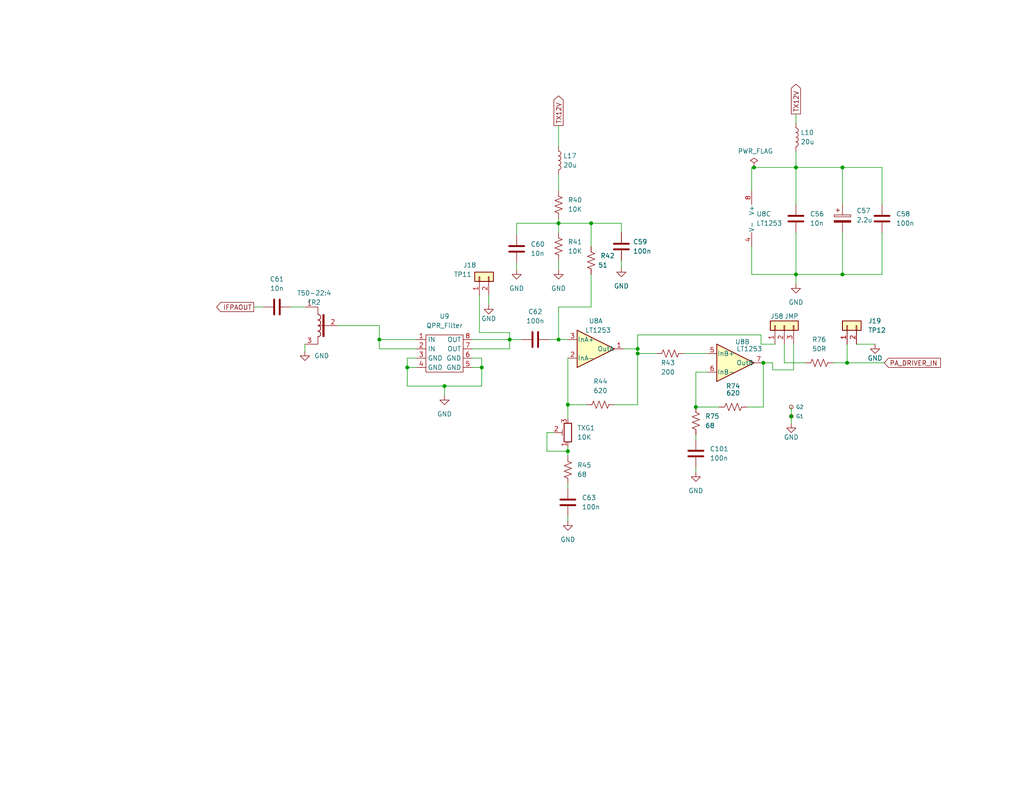
<source format=kicad_sch>
(kicad_sch (version 20211123) (generator eeschema)
  (paper "A")
  (title_block (title "Phoenix 612: RF AMP") (date "2022-08-31") (rev "0.1a") (company "DATER (Dave Peter)"))
  (lib_symbols
    (symbol "Connector:TestPoint_Small" (pin_numbers hide) (pin_names (offset 0.762) hide)
      (property "Reference" "TP" (at 0 3.81 0))
      (property "Value" "TestPoint_Small" (at 0 2.032 0))
      (symbol "TestPoint_Small_0_1"
        (circle (center 0 0) (radius 0.508))
      )
      (symbol "TestPoint_Small_1_1"
        (pin passive line (at 0 0 90) (length 0) (name "1") (number "1"))
      )
    )
    (symbol "Connector_Generic:Conn_01x02" (pin_names (offset 1.016) hide)
      (property "Reference" "J" (at 0 2.54 0))
      (property "Value" "Conn_01x02" (at 0 -5.08 0))
      (symbol "Conn_01x02_1_1"
        (rectangle (start -1.27 -2.413) (end 0 -2.667) (stroke (width 0.1524)))
        (rectangle (start -1.27 0.127) (end 0 -0.127) (stroke (width 0.1524)))
        (rectangle (start -1.27 1.27) (end 1.27 -3.81) (stroke (width 0.254)) (fill (type background)))
        (pin passive line (at -5.08 0 0) (length 3.81) (name "Pin_1") (number "1"))
        (pin passive line (at -5.08 -2.54 0) (length 3.81) (name "Pin_2") (number "2"))
      )
    )
    (symbol "Connector_Generic:Conn_01x03" (pin_names (offset 1.016) hide)
      (property "Reference" "J" (at 0 5.08 0))
      (property "Value" "Conn_01x03" (at 0 -5.08 0))
      (symbol "Conn_01x03_1_1"
        (rectangle (start -1.27 -2.413) (end 0 -2.667) (stroke (width 0.1524)))
        (rectangle (start -1.27 0.127) (end 0 -0.127) (stroke (width 0.1524)))
        (rectangle (start -1.27 2.667) (end 0 2.413) (stroke (width 0.1524)))
        (rectangle (start -1.27 3.81) (end 1.27 -3.81) (stroke (width 0.254)) (fill (type background)))
        (pin passive line (at -5.08 2.54 0) (length 3.81) (name "Pin_1") (number "1"))
        (pin passive line (at -5.08 0 0) (length 3.81) (name "Pin_2") (number "2"))
        (pin passive line (at -5.08 -2.54 0) (length 3.81) (name "Pin_3") (number "3"))
      )
    )
    (symbol "Custom_RF:LT1253" (pin_names (offset 0.127))
      (property "Reference" "U" (at 2.54 6.35 0))
      (property "Value" "LT1253" (at 1.27 -6.35 0))
      (symbol "LT1253_1_1"
        (polyline (pts (xy -5.08 5.08) (xy 5.08 0) (xy -5.08 -5.08) (xy -5.08 5.08)) (stroke (width 0.254)) (fill (type background)))
        (pin output line (at 7.62 0 180) (length 2.54) (name "OutA") (number "1"))
        (pin input line (at -7.62 -2.54 0) (length 2.54) (name "InA-") (number "2"))
        (pin input line (at -7.62 2.54 0) (length 2.54) (name "InA+") (number "3"))
      )
      (symbol "LT1253_2_1"
        (polyline (pts (xy -5.08 5.08) (xy 5.08 0) (xy -5.08 -5.08) (xy -5.08 5.08)) (stroke (width 0.254)) (fill (type background)))
        (pin input line (at -7.62 2.54 0) (length 2.54) (name "InB+") (number "5"))
        (pin input line (at -7.62 -2.54 0) (length 2.54) (name "InB-") (number "6"))
        (pin output line (at 7.62 0 180) (length 2.54) (name "OutB") (number "7"))
      )
      (symbol "LT1253_3_1"
        (pin power_in line (at -2.54 -7.62 90) (length 3.81) (name "V-") (number "4"))
        (pin power_in line (at -2.54 7.62 270) (length 3.81) (name "V+") (number "8"))
      )
    )
    (symbol "Custom_RF:QPR_Filter"
      (property "Reference" "U" (at 0 7.62 0))
      (property "Value" "QPR_Filter" (at 0 -7.62 0))
      (symbol "QPR_Filter_0_1"
        (rectangle (start -5.08 5.08) (end 5.08 -5.08))
      )
      (symbol "QPR_Filter_1_1"
        (pin bidirectional line (at -7.62 3.81 0) (length 2.54) (name "IN") (number "1"))
        (pin bidirectional line (at -7.62 1.27 0) (length 2.54) (name "IN") (number "2"))
        (pin power_in line (at -7.62 -1.27 0) (length 2.54) (name "GND") (number "3"))
        (pin power_in line (at -7.62 -3.81 0) (length 2.54) (name "GND") (number "4"))
        (pin power_in line (at 7.62 -3.81 180) (length 2.54) (name "GND") (number "5"))
        (pin power_in line (at 7.62 -1.27 180) (length 2.54) (name "GND") (number "6"))
        (pin bidirectional line (at 7.62 1.27 180) (length 2.54) (name "OUT") (number "7"))
        (pin bidirectional line (at 7.62 3.81 180) (length 2.54) (name "OUT") (number "8"))
      )
    )
    (symbol "Custom_RF:T50 " (pin_names (offset 0))
      (property "Reference" "TR" (at 0 6.35 0))
      (property "Value" "T50 " (at 0 -6.35 0))
      (symbol "T50 _0_1"
        (arc (start -1.524 -3.048) (mid -0.762 -2.286) (end -1.524 -1.524) (stroke (width 0.2032)))
        (arc (start -1.524 -1.524) (mid -0.762 -0.762) (end -1.524 0) (stroke (width 0.2032)))
        (arc (start -1.524 0) (mid -0.762 0.762) (end -1.524 1.524) (stroke (width 0.2032)))
        (arc (start -1.524 1.524) (mid -0.762 2.286) (end -1.524 3.048) (stroke (width 0.2032)))
        (rectangle (start -0.254 3.048) (end 0.254 -3.048) (stroke (width 0.0254)) (fill (type outline)))
        (polyline (pts (xy -1.524 0) (xy 1.27 0) (xy -1.27 0)) (fill (type outline)))
        (polyline (pts (xy -2.54 5.08) (xy -1.524 5.08) (xy -1.524 3.048) (xy -1.524 3.048)) (stroke (width 0.1524)))
        (polyline (pts (xy -1.524 -3.048) (xy -1.524 -5.08) (xy -2.54 -5.08) (xy -2.54 -5.08)) (stroke (width 0.1524)))
      )
      (symbol "T50 _1_1"
        (pin passive line (at -5.08 5.08 0) (length 2.54) (name "~") (number "1"))
        (pin passive line (at 3.81 0 180) (length 2.54) (name "~") (number "2"))
        (pin passive line (at -5.08 -5.08 0) (length 2.54) (name "~") (number "3"))
      )
    )
    (symbol "Device:C" (pin_numbers hide) (pin_names (offset 0.254))
      (property "Reference" "C" (at 0.635 2.54 0))
      (property "Value" "C" (at 0.635 -2.54 0))
      (symbol "C_0_1"
        (polyline (pts (xy -2.032 -0.762) (xy 2.032 -0.762)) (stroke (width 0.508)))
        (polyline (pts (xy -2.032 0.762) (xy 2.032 0.762)) (stroke (width 0.508)))
      )
      (symbol "C_1_1"
        (pin passive line (at 0 3.81 270) (length 2.794) (name "~") (number "1"))
        (pin passive line (at 0 -3.81 90) (length 2.794) (name "~") (number "2"))
      )
    )
    (symbol "Device:C_Polarized" (pin_numbers hide) (pin_names (offset 0.254))
      (property "Reference" "C" (at 0.635 2.54 0))
      (property "Value" "C_Polarized" (at 0.635 -2.54 0))
      (symbol "C_Polarized_0_1"
        (rectangle (start -2.286 0.508) (end 2.286 1.016))
        (polyline (pts (xy -1.778 2.286) (xy -0.762 2.286)))
        (polyline (pts (xy -1.27 2.794) (xy -1.27 1.778)))
        (rectangle (start 2.286 -0.508) (end -2.286 -1.016) (fill (type outline)))
      )
      (symbol "C_Polarized_1_1"
        (pin passive line (at 0 3.81 270) (length 2.794) (name "~") (number "1"))
        (pin passive line (at 0 -3.81 90) (length 2.794) (name "~") (number "2"))
      )
    )
    (symbol "Device:L" (pin_numbers hide) (pin_names (offset 1.016) hide)
      (property "Reference" "L" (at -1.27 0 90))
      (property "Value" "L" (at 1.905 0 90))
      (symbol "L_0_1"
        (arc (start 0 -2.54) (mid 0.635 -1.905) (end 0 -1.27))
        (arc (start 0 -1.27) (mid 0.635 -0.635) (end 0 0))
        (arc (start 0 0) (mid 0.635 0.635) (end 0 1.27))
        (arc (start 0 1.27) (mid 0.635 1.905) (end 0 2.54))
      )
      (symbol "L_1_1"
        (pin passive line (at 0 3.81 270) (length 1.27) (name "1") (number "1"))
        (pin passive line (at 0 -3.81 90) (length 1.27) (name "2") (number "2"))
      )
    )
    (symbol "Device:R_Potentiometer_Trim" (pin_names (offset 1.016) hide)
      (property "Reference" "RV" (at -4.445 0 90))
      (property "Value" "R_Potentiometer_Trim" (at -2.54 0 90))
      (symbol "R_Potentiometer_Trim_0_1"
        (polyline (pts (xy 1.524 0.762) (xy 1.524 -0.762)))
        (polyline (pts (xy 2.54 0) (xy 1.524 0)))
        (rectangle (start 1.016 2.54) (end -1.016 -2.54) (stroke (width 0.254)))
      )
      (symbol "R_Potentiometer_Trim_1_1"
        (pin passive line (at 0 3.81 270) (length 1.27) (name "1") (number "1"))
        (pin passive line (at 3.81 0 180) (length 1.27) (name "2") (number "2"))
        (pin passive line (at 0 -3.81 90) (length 1.27) (name "3") (number "3"))
      )
    )
    (symbol "Device:R_US" (pin_numbers hide) (pin_names (offset 0))
      (property "Reference" "R" (at 2.54 0 90))
      (property "Value" "R_US" (at -2.54 0 90))
      (symbol "R_US_0_1"
        (polyline (pts (xy 0 -2.286) (xy 0 -2.54)))
        (polyline (pts (xy 0 2.286) (xy 0 2.54)))
        (polyline (pts (xy 0 -0.762) (xy 1.016 -1.143) (xy 0 -1.524) (xy -1.016 -1.905) (xy 0 -2.286)))
        (polyline (pts (xy 0 0.762) (xy 1.016 0.381) (xy 0 0) (xy -1.016 -0.381) (xy 0 -0.762)))
        (polyline (pts (xy 0 2.286) (xy 1.016 1.905) (xy 0 1.524) (xy -1.016 1.143) (xy 0 0.762)))
      )
      (symbol "R_US_1_1"
        (pin passive line (at 0 3.81 270) (length 1.27) (name "~") (number "1"))
        (pin passive line (at 0 -3.81 90) (length 1.27) (name "~") (number "2"))
      )
    )
    (symbol "power:GND" (power) (pin_names (offset 0))
      (property "Value" "GND" (at 0 -3.81 0))
      (symbol "GND_0_1"
        (polyline (pts (xy 0 0) (xy 0 -1.27) (xy 1.27 -1.27) (xy 0 -2.54) (xy -1.27 -1.27) (xy 0 -1.27)))
      )
      (symbol "GND_1_1"
        (pin power_in line (at 0 0 270) (length 0) hide (name "GND") (number "1"))
      )
    )
    (symbol "power:PWR_FLAG" (power) (pin_numbers hide) (pin_names (offset 0) hide)
      (property "Value" "PWR_FLAG" (at 0 3.81 0))
      (symbol "PWR_FLAG_0_0"
        (pin power_out line (at 0 0 90) (length 0) (name "pwr") (number "1"))
      )
      (symbol "PWR_FLAG_0_1"
        (polyline (pts (xy 0 0) (xy 0 1.27) (xy -1.016 1.905) (xy 0 2.54) (xy 1.016 1.905) (xy 0 1.27)))
      )
    )
  )
  (junction (at 152.4 60.96))
  (junction (at 217.17 74.93))
  (junction (at 229.87 74.93))
  (junction (at 152.4 92.71))
  (junction (at 121.285 105.41))
  (junction (at 161.29 60.96))
  (junction (at 231.14 99.06))
  (junction (at 208.28 99.06))
  (junction (at 103.505 92.71))
  (junction (at 229.87 45.72))
  (junction (at 154.94 123.19))
  (junction (at 217.17 45.72))
  (junction (at 154.94 110.49))
  (junction (at 215.9 113.665))
  (junction (at 111.125 100.33))
  (junction (at 173.99 95.25))
  (junction (at 173.99 96.52))
  (junction (at 189.865 111.125))
  (junction (at 205.74 45.72))
  (junction (at 131.445 100.33))
  (junction (at 139.065 92.71))
  (wire (pts (xy 103.505 95.25) (xy 113.665 95.25)))
  (wire (pts (xy 205.105 74.93) (xy 217.17 74.93)))
  (wire (pts (xy 152.4 71.12) (xy 152.4 73.66)))
  (wire (pts (xy 128.905 95.25) (xy 139.065 95.25)))
  (wire (pts (xy 152.4 59.69) (xy 152.4 60.96)))
  (wire (pts (xy 154.94 123.19) (xy 154.94 124.46)))
  (wire (pts (xy 152.4 60.96) (xy 161.29 60.96)))
  (wire (pts (xy 169.545 73.025) (xy 169.545 71.12)))
  (wire (pts (xy 216.535 100.965) (xy 210.82 100.965)))
  (wire (pts (xy 229.87 63.5) (xy 229.87 74.93)))
  (wire (pts (xy 161.29 60.96) (xy 161.29 67.31)))
  (wire (pts (xy 213.995 99.06) (xy 213.995 93.98)))
  (wire (pts (xy 167.64 110.49) (xy 173.99 110.49)))
  (wire (pts (xy 139.065 92.71) (xy 139.065 95.25)))
  (wire (pts (xy 205.74 45.72) (xy 205.105 45.72)))
  (wire (pts (xy 170.18 95.25) (xy 173.99 95.25)))
  (wire (pts (xy 152.4 92.71) (xy 154.94 92.71)))
  (wire (pts (xy 229.87 74.93) (xy 240.665 74.93)))
  (wire (pts (xy 211.455 93.98) (xy 207.645 93.98)))
  (wire (pts (xy 217.17 31.115) (xy 217.17 33.655)))
  (wire (pts (xy 169.545 60.96) (xy 161.29 60.96)))
  (wire (pts (xy 208.28 99.06) (xy 208.28 111.125)))
  (wire (pts (xy 189.865 101.6) (xy 193.04 101.6)))
  (wire (pts (xy 217.17 45.72) (xy 229.87 45.72)))
  (wire (pts (xy 216.535 93.98) (xy 216.535 100.965)))
  (wire (pts (xy 128.905 100.33) (xy 131.445 100.33)))
  (wire (pts (xy 128.905 97.79) (xy 131.445 97.79)))
  (wire (pts (xy 219.71 99.06) (xy 213.995 99.06)))
  (wire (pts (xy 154.94 132.08) (xy 154.94 133.35)))
  (wire (pts (xy 103.505 95.25) (xy 103.505 92.71)))
  (wire (pts (xy 161.29 83.82) (xy 152.4 83.82)))
  (wire (pts (xy 139.065 90.805) (xy 139.065 92.71)))
  (wire (pts (xy 189.865 111.125) (xy 189.865 101.6)))
  (wire (pts (xy 208.28 111.125) (xy 203.835 111.125)))
  (wire (pts (xy 210.82 100.965) (xy 210.82 99.06)))
  (wire (pts (xy 217.17 63.5) (xy 217.17 74.93)))
  (wire (pts (xy 215.9 111.125) (xy 215.9 113.665)))
  (wire (pts (xy 152.4 34.29) (xy 152.4 40.005)))
  (wire (pts (xy 241.3 99.06) (xy 231.14 99.06)))
  (wire (pts (xy 217.17 74.93) (xy 229.87 74.93)))
  (wire (pts (xy 140.97 73.66) (xy 140.97 71.755)))
  (wire (pts (xy 131.445 97.79) (xy 131.445 100.33)))
  (wire (pts (xy 130.81 90.805) (xy 139.065 90.805)))
  (wire (pts (xy 169.545 60.96) (xy 169.545 63.5)))
  (wire (pts (xy 240.665 45.72) (xy 240.665 55.88)))
  (wire (pts (xy 217.17 74.93) (xy 217.17 77.47)))
  (wire (pts (xy 152.4 47.625) (xy 152.4 52.07)))
  (wire (pts (xy 217.17 41.275) (xy 217.17 45.72)))
  (wire (pts (xy 173.99 96.52) (xy 173.99 110.49)))
  (wire (pts (xy 69.215 83.82) (xy 71.755 83.82)))
  (wire (pts (xy 217.17 45.72) (xy 205.74 45.72)))
  (wire (pts (xy 205.105 67.31) (xy 205.105 74.93)))
  (wire (pts (xy 121.285 105.41) (xy 131.445 105.41)))
  (wire (pts (xy 149.225 123.19) (xy 149.225 118.11)))
  (wire (pts (xy 152.4 60.96) (xy 152.4 63.5)))
  (wire (pts (xy 83.185 93.98) (xy 83.185 95.885)))
  (wire (pts (xy 231.14 99.06) (xy 227.33 99.06)))
  (wire (pts (xy 111.125 100.33) (xy 113.665 100.33)))
  (wire (pts (xy 173.99 91.44) (xy 173.99 95.25)))
  (wire (pts (xy 111.125 97.79) (xy 111.125 100.33)))
  (wire (pts (xy 215.9 113.665) (xy 215.9 115.57)))
  (wire (pts (xy 186.69 96.52) (xy 193.04 96.52)))
  (wire (pts (xy 189.865 127.635) (xy 189.865 128.905)))
  (wire (pts (xy 240.665 74.93) (xy 240.665 63.5)))
  (wire (pts (xy 173.99 96.52) (xy 179.07 96.52)))
  (wire (pts (xy 152.4 60.96) (xy 140.97 60.96)))
  (wire (pts (xy 161.29 74.93) (xy 161.29 83.82)))
  (wire (pts (xy 217.17 45.72) (xy 217.17 55.88)))
  (wire (pts (xy 154.94 140.97) (xy 154.94 142.24)))
  (wire (pts (xy 111.125 100.33) (xy 111.125 105.41)))
  (wire (pts (xy 154.94 110.49) (xy 154.94 114.3)))
  (wire (pts (xy 79.375 83.82) (xy 83.185 83.82)))
  (wire (pts (xy 130.81 80.645) (xy 130.81 90.805)))
  (wire (pts (xy 139.065 92.71) (xy 142.24 92.71)))
  (wire (pts (xy 210.82 99.06) (xy 208.28 99.06)))
  (wire (pts (xy 207.645 93.98) (xy 207.645 91.44)))
  (wire (pts (xy 154.94 121.92) (xy 154.94 123.19)))
  (wire (pts (xy 154.94 97.79) (xy 154.94 110.49)))
  (wire (pts (xy 229.87 45.72) (xy 229.87 55.88)))
  (wire (pts (xy 173.99 91.44) (xy 207.645 91.44)))
  (wire (pts (xy 149.225 118.11) (xy 151.13 118.11)))
  (wire (pts (xy 173.99 95.25) (xy 173.99 96.52)))
  (wire (pts (xy 189.865 118.745) (xy 189.865 120.015)))
  (wire (pts (xy 149.86 92.71) (xy 152.4 92.71)))
  (wire (pts (xy 196.215 111.125) (xy 189.865 111.125)))
  (wire (pts (xy 121.285 105.41) (xy 121.285 107.95)))
  (wire (pts (xy 113.665 97.79) (xy 111.125 97.79)))
  (wire (pts (xy 140.97 60.96) (xy 140.97 64.135)))
  (wire (pts (xy 233.68 93.98) (xy 238.76 93.98)))
  (wire (pts (xy 103.505 88.9) (xy 103.505 92.71)))
  (wire (pts (xy 111.125 105.41) (xy 121.285 105.41)))
  (wire (pts (xy 128.905 92.71) (xy 139.065 92.71)))
  (wire (pts (xy 152.4 83.82) (xy 152.4 92.71)))
  (wire (pts (xy 103.505 92.71) (xy 113.665 92.71)))
  (wire (pts (xy 92.075 88.9) (xy 103.505 88.9)))
  (wire (pts (xy 231.14 93.98) (xy 231.14 99.06)))
  (wire (pts (xy 131.445 105.41) (xy 131.445 100.33)))
  (wire (pts (xy 133.35 80.645) (xy 133.35 83.185)))
  (wire (pts (xy 205.105 45.72) (xy 205.105 52.07)))
  (wire (pts (xy 154.94 110.49) (xy 160.02 110.49)))
  (wire (pts (xy 229.87 45.72) (xy 240.665 45.72)))
  (wire (pts (xy 154.94 123.19) (xy 149.225 123.19)))
  (global_label "PA_DRIVER_IN" (shape input) (at 241.3 99.06 0) (property "Intersheet References" "${INTERSHEET_REFS}" (effects hide)))
  (global_label "TX12V" (shape output) (at 217.17 31.115 90) (property "Intersheet References" "${INTERSHEET_REFS}" (effects hide)))
  (global_label "TX12V" (shape output) (at 152.4 34.29 90) (property "Intersheet References" "${INTERSHEET_REFS}" (effects hide)))
  (global_label "IFPAOUT" (shape output) (at 69.215 83.82 180) (property "Intersheet References" "${INTERSHEET_REFS}" (effects hide)))
  (symbol (lib_id "Device:R_US") (at 163.83 110.49 90) (unit 1)
    (property "Reference" "R44" (at 163.83 104.14 90))
    (property "Value" "620" (at 163.83 106.68 90))
    (property "Footprint" "Resistor_SMD:R_1206_3216Metric" (effects hide))
  )
  (symbol (lib_id "Custom_RF:LT1253") (at 162.56 95.25 0) (unit 1)
    (property "Reference" "U8" (at 162.56 87.63 0))
    (property "Value" "LT1253" (at 163.195 90.17 0))
    (property "Footprint" "Package_DIP:DIP-8_W7.62mm" (effects hide))
    (property "Datasheet" "https://www.analog.com/media/en/technical-documentation/data-sheets/lt1253.pdf" (effects hide))
  )
  (symbol (lib_id "power:GND") (at 154.94 142.24 0) (unit 1)
    (property "Reference" "#PWR078" (effects hide))
    (property "Value" "GND" (at 154.94 147.32 0))
  )
  (symbol (lib_id "Custom_RF:LT1253") (at 200.66 99.06 0) (unit 2)
    (property "Reference" "U8" (at 202.565 93.345 0))
    (property "Value" "LT1253" (at 204.47 95.25 0))
    (property "Footprint" "Package_DIP:DIP-8_W7.62mm" (effects hide))
    (property "Datasheet" "https://www.analog.com/media/en/technical-documentation/data-sheets/lt1253.pdf" (effects hide))
  )
  (symbol (lib_id "Device:R_US") (at 189.865 114.935 0) (unit 1)
    (property "Reference" "R75" (at 192.405 113.6649 0) (effects (justify left)))
    (property "Value" "68" (at 192.405 116.2049 0) (effects (justify left)))
    (property "Footprint" "Resistor_SMD:R_1206_3216Metric" (effects hide))
  )
  (symbol (lib_id "Device:R_US") (at 154.94 128.27 0) (unit 1)
    (property "Reference" "R45" (at 157.48 126.9999 0) (effects (justify left)))
    (property "Value" "68" (at 157.48 129.5399 0) (effects (justify left)))
    (property "Footprint" "Resistor_SMD:R_1206_3216Metric" (effects hide))
  )
  (symbol (lib_id "power:GND") (at 83.185 95.885 0) (unit 1)
    (property "Reference" "#PWR076" (effects hide))
    (property "Value" "GND" (at 85.725 97.1549 0) (effects (justify left)))
  )
  (symbol (lib_id "power:GND") (at 238.76 93.98 0) (unit 1)
    (property "Reference" "#PWR075" (effects hide))
    (property "Value" "GND" (at 238.76 97.79 0))
  )
  (symbol (lib_id "Custom_RF:LT1253") (at 207.645 59.69 0) (unit 3)
    (property "Reference" "U8" (at 206.375 58.4199 0) (effects (justify left)))
    (property "Value" "LT1253" (at 206.375 60.9599 0) (effects (justify left)))
    (property "Footprint" "Package_DIP:DIP-8_W7.62mm" (effects hide))
    (property "Datasheet" "https://www.analog.com/media/en/technical-documentation/data-sheets/lt1253.pdf" (effects hide))
  )
  (symbol (lib_id "power:GND") (at 217.17 77.47 0) (unit 1)
    (property "Reference" "#PWR073" (effects hide))
    (property "Value" "GND" (at 217.17 82.55 0))
  )
  (symbol (lib_id "Device:C") (at 140.97 67.945 0) (unit 1)
    (property "Reference" "C60" (at 144.78 66.6749 0) (effects (justify left)))
    (property "Value" "10n" (at 144.78 69.2149 0) (effects (justify left)))
    (property "Footprint" "Capacitor_SMD:C_1206_3216Metric" (effects hide))
  )
  (symbol (lib_id "Device:R_US") (at 152.4 67.31 0) (unit 1)
    (property "Reference" "R41" (at 154.94 66.0399 0) (effects (justify left)))
    (property "Value" "10K" (at 154.94 68.5799 0) (effects (justify left)))
    (property "Footprint" "Resistor_SMD:R_1206_3216Metric" (effects hide))
  )
  (symbol (lib_id "power:GND") (at 140.97 73.66 0) (unit 1)
    (property "Reference" "#PWR071" (effects hide))
    (property "Value" "GND" (at 140.97 78.74 0))
  )
  (symbol (lib_id "Custom_RF:QPR_Filter") (at 121.285 96.52 0) (unit 1)
    (property "Reference" "U9" (at 121.285 86.36 0))
    (property "Value" "QPR_Filter" (at 121.285 88.9 0))
    (property "Footprint" "Custom_RF:QRPLabs_Filter_TH" (effects hide))
    (property "Datasheet" "https://www.qrp-labs.com/lpfkit.html" (effects hide))
  )
  (symbol (lib_id "power:GND") (at 169.545 73.025 0) (unit 1)
    (property "Reference" "#PWR070" (effects hide))
    (property "Value" "GND" (at 169.545 78.105 0))
  )
  (symbol (lib_id "Device:C") (at 240.665 59.69 0) (unit 1)
    (property "Reference" "C58" (at 244.475 58.4199 0) (effects (justify left)))
    (property "Value" "100n" (at 244.475 60.9599 0) (effects (justify left)))
    (property "Footprint" "Capacitor_SMD:C_1206_3216Metric" (effects hide))
  )
  (symbol (lib_id "Device:R_US") (at 152.4 55.88 0) (unit 1)
    (property "Reference" "R40" (at 154.94 54.6099 0) (effects (justify left)))
    (property "Value" "10K" (at 154.94 57.1499 0) (effects (justify left)))
    (property "Footprint" "Resistor_SMD:R_1206_3216Metric" (effects hide))
  )
  (symbol (lib_id "power:GND") (at 215.9 115.57 0) (unit 1)
    (property "Reference" "#PWR0124" (effects hide))
    (property "Value" "GND" (at 215.9 119.38 0))
  )
  (symbol (lib_id "Device:L") (at 217.17 37.465 0) (unit 1)
    (property "Reference" "L10" (at 218.44 36.1949 0) (effects (justify left)))
    (property "Value" "20u" (at 218.44 38.7349 0) (effects (justify left)))
    (property "Footprint" "Inductor_SMD:L_1206_3216Metric" (effects hide))
  )
  (symbol (lib_id "Device:C") (at 169.545 67.31 0) (unit 1)
    (property "Reference" "C59" (at 172.72 66.0399 0) (effects (justify left)))
    (property "Value" "100n" (at 172.72 68.5799 0) (effects (justify left)))
    (property "Footprint" "Capacitor_SMD:C_1206_3216Metric" (effects hide))
  )
  (symbol (lib_id "Connector:TestPoint_Small") (at 215.9 111.125 0) (unit 1) (in_bom no)
    (property "Reference" "G2" (at 217.17 111.125 0) (effects (font (size 1 1)) (justify left)))
    (property "Value" "GND" (effects hide))
    (property "Footprint" "TestPoint:TestPoint_Pad_D1.0mm" (effects hide))
  )
  (symbol (lib_id "Device:C") (at 217.17 59.69 0) (unit 1)
    (property "Reference" "C56" (at 220.98 58.4199 0) (effects (justify left)))
    (property "Value" "10n" (at 220.98 60.9599 0) (effects (justify left)))
    (property "Footprint" "Capacitor_SMD:C_1206_3216Metric" (effects hide))
  )
  (symbol (lib_id "Device:C") (at 154.94 137.16 0) (unit 1)
    (property "Reference" "C63" (at 158.75 135.8899 0) (effects (justify left)))
    (property "Value" "100n" (at 158.75 138.4299 0) (effects (justify left)))
    (property "Footprint" "Capacitor_SMD:C_1206_3216Metric" (effects hide))
  )
  (symbol (lib_id "power:GND") (at 152.4 73.66 0) (unit 1)
    (property "Reference" "#PWR072" (effects hide))
    (property "Value" "GND" (at 152.4 78.74 0))
  )
  (symbol (lib_id "Device:C") (at 75.565 83.82 90) (unit 1)
    (property "Reference" "C61" (at 75.565 76.2 90))
    (property "Value" "10n" (at 75.565 78.74 90))
    (property "Footprint" "Capacitor_SMD:C_1206_3216Metric" (effects hide))
  )
  (symbol (lib_id "Device:R_US") (at 161.29 71.12 180) (unit 1)
    (property "Reference" "R42" (at 163.83 69.85 0) (effects (justify right)))
    (property "Value" "51" (at 163.195 72.39 0) (effects (justify right)))
    (property "Footprint" "Resistor_SMD:R_1206_3216Metric" (effects hide))
  )
  (symbol (lib_id "Connector:TestPoint_Small") (at 215.9 113.665 0) (unit 1) (in_bom no)
    (property "Reference" "G1" (at 217.17 113.665 0) (effects (font (size 1 1)) (justify left)))
    (property "Value" "GND" (effects hide))
    (property "Footprint" "TestPoint:TestPoint_Pad_D1.0mm" (effects hide))
  )
  (symbol (lib_id "Device:C") (at 189.865 123.825 0) (unit 1)
    (property "Reference" "C101" (at 193.675 122.5549 0) (effects (justify left)))
    (property "Value" "100n" (at 193.675 125.0949 0) (effects (justify left)))
    (property "Footprint" "Capacitor_SMD:C_1206_3216Metric" (effects hide))
  )
  (symbol (lib_id "Connector_Generic:Conn_01x02") (at 231.14 88.9 90) (unit 1)
    (property "Reference" "J19" (at 236.855 87.6299 90) (effects (justify right)))
    (property "Value" "TP12" (at 236.855 90.1699 90) (effects (justify right)))
    (property "Footprint" "Connector_PinSocket_2.54mm:PinSocket_1x02_P2.54mm_Vertical" (effects hide))
  )
  (symbol (lib_id "Device:R_US") (at 182.88 96.52 90) (unit 1)
    (property "Reference" "R43" (at 182.245 99.06 90))
    (property "Value" "200" (at 182.245 101.6 90))
    (property "Footprint" "Resistor_SMD:R_1206_3216Metric" (effects hide))
  )
  (symbol (lib_id "power:PWR_FLAG") (at 205.74 45.72 0) (unit 1)
    (property "Reference" "#FLG012" (effects hide))
    (property "Value" "PWR_FLAG" (at 201.295 41.275 0) (effects (justify left)))
  )
  (symbol (lib_id "Device:R_Potentiometer_Trim") (at 154.94 118.11 180) (unit 1)
    (property "Reference" "TXG1" (at 157.48 116.8399 0) (effects (justify right)))
    (property "Value" "10K" (at 157.48 119.3799 0) (effects (justify right)))
    (property "Footprint" "Potentiometer_THT:Potentiometer_Bourns_3296W_Vertical" (effects hide))
  )
  (symbol (lib_id "Connector_Generic:Conn_01x03") (at 213.995 88.9 90) (unit 1)
    (property "Reference" "J58" (at 210.185 86.36 90) (effects (justify right)))
    (property "Value" "JMP" (at 213.995 86.36 90) (effects (justify right)))
    (property "Footprint" "Connector_PinSocket_2.54mm:PinSocket_1x03_P2.54mm_Vertical" (effects hide))
  )
  (symbol (lib_id "Device:L") (at 152.4 43.815 0) (unit 1)
    (property "Reference" "L17" (at 153.67 42.5449 0) (effects (justify left)))
    (property "Value" "20u" (at 153.67 45.0849 0) (effects (justify left)))
    (property "Footprint" "Inductor_SMD:L_1206_3216Metric" (effects hide))
  )
  (symbol (lib_id "Device:C") (at 146.05 92.71 90) (unit 1)
    (property "Reference" "C62" (at 146.05 85.09 90))
    (property "Value" "100n" (at 146.05 87.63 90))
    (property "Footprint" "Capacitor_SMD:C_1206_3216Metric" (effects hide))
  )
  (symbol (lib_id "Device:C_Polarized") (at 229.87 59.69 0) (unit 1)
    (property "Reference" "C57" (at 233.68 57.5309 0) (effects (justify left)))
    (property "Value" "2.2u" (at 233.68 60.0709 0) (effects (justify left)))
    (property "Footprint" "Capacitor_THT:CP_Radial_D8.0mm_P2.50mm" (effects hide))
  )
  (symbol (lib_id "power:GND") (at 189.865 128.905 0) (unit 1)
    (property "Reference" "#PWR0123" (effects hide))
    (property "Value" "GND" (at 189.865 133.985 0))
  )
  (symbol (lib_id "Custom_RF:T50 ") (at 88.265 88.9 0) (unit 1)
    (property "Reference" "TR2" (at 85.725 82.55 0))
    (property "Value" "T50-22:4" (at 85.725 80.01 0))
    (property "Footprint" "Custom_RF:T50-1Tap-Close" (effects hide))
  )
  (symbol (lib_id "Device:R_US") (at 223.52 99.06 90) (unit 1)
    (property "Reference" "R76" (at 223.52 92.71 90))
    (property "Value" "50R" (at 223.52 95.25 90))
    (property "Footprint" "Resistor_SMD:R_1206_3216Metric" (effects hide))
  )
  (symbol (lib_id "power:GND") (at 121.285 107.95 0) (unit 1)
    (property "Reference" "#PWR077" (effects hide))
    (property "Value" "GND" (at 121.285 113.03 0))
  )
  (symbol (lib_id "Device:R_US") (at 200.025 111.125 90) (unit 1)
    (property "Reference" "R74" (at 200.025 105.41 90))
    (property "Value" "620" (at 200.025 107.315 90))
    (property "Footprint" "Resistor_SMD:R_1206_3216Metric" (effects hide))
  )
  (symbol (lib_id "power:GND") (at 133.35 83.185 0) (unit 1)
    (property "Reference" "#PWR074" (effects hide))
    (property "Value" "GND" (at 133.35 86.995 0))
  )
  (symbol (lib_id "Connector_Generic:Conn_01x02") (at 130.81 75.565 90) (unit 1)
    (property "Reference" "J18" (at 126.365 72.39 90) (effects (justify right)))
    (property "Value" "TP11" (at 123.825 74.93 90) (effects (justify right)))
    (property "Footprint" "Connector_PinSocket_2.54mm:PinSocket_1x02_P2.54mm_Vertical" (effects hide))
  )
)
</source>
